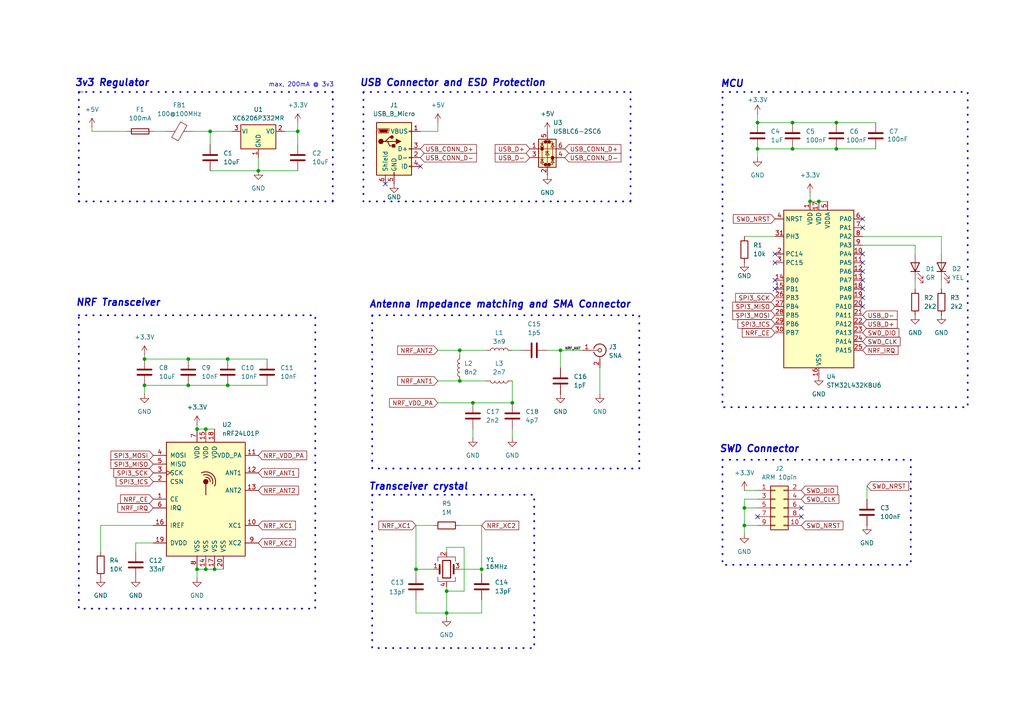
<source format=kicad_sch>
(kicad_sch (version 20231120) (generator "eeschema") (generator_version "8.0")
  (paper "A4")
  (lib_symbols
    (symbol "Connector:Conn_Coaxial" (pin_names (offset 1.016) hide)
      (property "Reference" "J" (at 0.254 3.048 0))
      (property "Value" "Conn_Coaxial" (at 2.921 0 90))
      (symbol "Conn_Coaxial_0_1"
        (arc (start -1.778 -0.508) (mid 0.2311 -1.8066) (end 1.778 0) (stroke (width 0.254)))
        (polyline (pts (xy -2.54 0) (xy -0.508 0)))
        (polyline (pts (xy 0 -2.54) (xy 0 -1.778)))
        (circle (center 0 0) (radius 0.508) (stroke (width 0.2032)))
        (arc (start 1.778 0) (mid 0.2099 1.8101) (end -1.778 0.508) (stroke (width 0.254)))
      )
      (symbol "Conn_Coaxial_1_1"
        (pin passive line (at -5.08 0 0) (length 2.54) (name "In") (number "1"))
        (pin passive line (at 0 -5.08 90) (length 2.54) (name "Ext") (number "2"))
      )
    )
    (symbol "Connector:USB_B_Micro" (pin_names (offset 1.016))
      (property "Reference" "J" (at -5.08 11.43 0))
      (property "Value" "USB_B_Micro" (at -5.08 8.89 0))
      (symbol "USB_B_Micro_0_1"
        (rectangle (start -5.08 -7.62) (end 5.08 7.62) (stroke (width 0.254)) (fill (type background)))
        (circle (center -3.81 2.159) (radius 0.635) (stroke (width 0.254)) (fill (type outline)))
        (circle (center -0.635 3.429) (radius 0.381) (stroke (width 0.254)) (fill (type outline)))
        (rectangle (start -0.127 -7.62) (end 0.127 -6.858))
        (polyline (pts (xy -1.905 2.159) (xy 0.635 2.159)) (stroke (width 0.254)))
        (polyline (pts (xy -3.175 2.159) (xy -2.54 2.159) (xy -1.27 3.429) (xy -0.635 3.429)) (stroke (width 0.254)))
        (polyline (pts (xy -2.54 2.159) (xy -1.905 2.159) (xy -1.27 0.889) (xy 0 0.889)) (stroke (width 0.254)))
        (polyline (pts (xy 0.635 2.794) (xy 0.635 1.524) (xy 1.905 2.159) (xy 0.635 2.794)) (stroke (width 0.254)) (fill (type outline)))
        (polyline (pts (xy -4.318 5.588) (xy -1.778 5.588) (xy -2.032 4.826) (xy -4.064 4.826) (xy -4.318 5.588)) (fill (type outline)))
        (polyline (pts (xy -4.699 5.842) (xy -4.699 5.588) (xy -4.445 4.826) (xy -4.445 4.572) (xy -1.651 4.572) (xy -1.651 4.826) (xy -1.397 5.588) (xy -1.397 5.842) (xy -4.699 5.842)))
        (rectangle (start 0.254 1.27) (end -0.508 0.508) (stroke (width 0.254)) (fill (type outline)))
        (rectangle (start 5.08 -5.207) (end 4.318 -4.953))
        (rectangle (start 5.08 -2.667) (end 4.318 -2.413))
        (rectangle (start 5.08 -0.127) (end 4.318 0.127))
        (rectangle (start 5.08 4.953) (end 4.318 5.207))
      )
      (symbol "USB_B_Micro_1_1"
        (pin power_out line (at 7.62 5.08 180) (length 2.54) (name "VBUS") (number "1"))
        (pin bidirectional line (at 7.62 -2.54 180) (length 2.54) (name "D-") (number "2"))
        (pin bidirectional line (at 7.62 0 180) (length 2.54) (name "D+") (number "3"))
        (pin passive line (at 7.62 -5.08 180) (length 2.54) (name "ID") (number "4"))
        (pin power_out line (at 0 -10.16 90) (length 2.54) (name "GND") (number "5"))
        (pin passive line (at -2.54 -10.16 90) (length 2.54) (name "Shield") (number "6"))
      )
    )
    (symbol "Connector_Generic:Conn_02x05_Odd_Even" (pin_names (offset 1.016) hide)
      (property "Reference" "J" (at 1.27 7.62 0))
      (property "Value" "Conn_02x05_Odd_Even" (at 1.27 -7.62 0))
      (symbol "Conn_02x05_Odd_Even_1_1"
        (rectangle (start -1.27 -4.953) (end 0 -5.207) (stroke (width 0.1524)))
        (rectangle (start -1.27 -2.413) (end 0 -2.667) (stroke (width 0.1524)))
        (rectangle (start -1.27 0.127) (end 0 -0.127) (stroke (width 0.1524)))
        (rectangle (start -1.27 2.667) (end 0 2.413) (stroke (width 0.1524)))
        (rectangle (start -1.27 5.207) (end 0 4.953) (stroke (width 0.1524)))
        (rectangle (start -1.27 6.35) (end 3.81 -6.35) (stroke (width 0.254)) (fill (type background)))
        (rectangle (start 3.81 -4.953) (end 2.54 -5.207) (stroke (width 0.1524)))
        (rectangle (start 3.81 -2.413) (end 2.54 -2.667) (stroke (width 0.1524)))
        (rectangle (start 3.81 0.127) (end 2.54 -0.127) (stroke (width 0.1524)))
        (rectangle (start 3.81 2.667) (end 2.54 2.413) (stroke (width 0.1524)))
        (rectangle (start 3.81 5.207) (end 2.54 4.953) (stroke (width 0.1524)))
        (pin passive line (at -5.08 5.08 0) (length 3.81) (name "Pin_1") (number "1"))
        (pin passive line (at 7.62 -5.08 180) (length 3.81) (name "Pin_10") (number "10"))
        (pin passive line (at 7.62 5.08 180) (length 3.81) (name "Pin_2") (number "2"))
        (pin passive line (at -5.08 2.54 0) (length 3.81) (name "Pin_3") (number "3"))
        (pin passive line (at 7.62 2.54 180) (length 3.81) (name "Pin_4") (number "4"))
        (pin passive line (at -5.08 0 0) (length 3.81) (name "Pin_5") (number "5"))
        (pin passive line (at 7.62 0 180) (length 3.81) (name "Pin_6") (number "6"))
        (pin passive line (at -5.08 -2.54 0) (length 3.81) (name "Pin_7") (number "7"))
        (pin passive line (at 7.62 -2.54 180) (length 3.81) (name "Pin_8") (number "8"))
        (pin passive line (at -5.08 -5.08 0) (length 3.81) (name "Pin_9") (number "9"))
      )
    )
    (symbol "Device:C" (pin_numbers hide) (pin_names (offset 0.254))
      (property "Reference" "C" (at 0.635 2.54 0))
      (property "Value" "C" (at 0.635 -2.54 0))
      (symbol "C_0_1"
        (polyline (pts (xy -2.032 -0.762) (xy 2.032 -0.762)) (stroke (width 0.508)))
        (polyline (pts (xy -2.032 0.762) (xy 2.032 0.762)) (stroke (width 0.508)))
      )
      (symbol "C_1_1"
        (pin passive line (at 0 3.81 270) (length 2.794) (name "~") (number "1"))
        (pin passive line (at 0 -3.81 90) (length 2.794) (name "~") (number "2"))
      )
    )
    (symbol "Device:Crystal_GND24" (pin_names (offset 1.016) hide)
      (property "Reference" "Y" (at 3.175 5.08 0))
      (property "Value" "Crystal_GND24" (at 3.175 3.175 0))
      (symbol "Crystal_GND24_0_1"
        (rectangle (start -1.143 2.54) (end 1.143 -2.54) (stroke (width 0.3048)))
        (polyline (pts (xy -2.54 0) (xy -2.032 0)))
        (polyline (pts (xy -2.032 -1.27) (xy -2.032 1.27)) (stroke (width 0.508)))
        (polyline (pts (xy 0 -3.81) (xy 0 -3.556)))
        (polyline (pts (xy 0 3.556) (xy 0 3.81)))
        (polyline (pts (xy 2.032 -1.27) (xy 2.032 1.27)) (stroke (width 0.508)))
        (polyline (pts (xy 2.032 0) (xy 2.54 0)))
        (polyline (pts (xy -2.54 -2.286) (xy -2.54 -3.556) (xy 2.54 -3.556) (xy 2.54 -2.286)))
        (polyline (pts (xy -2.54 2.286) (xy -2.54 3.556) (xy 2.54 3.556) (xy 2.54 2.286)))
      )
      (symbol "Crystal_GND24_1_1"
        (pin passive line (at -3.81 0 0) (length 1.27) (name "1") (number "1"))
        (pin passive line (at 0 5.08 270) (length 1.27) (name "2") (number "2"))
        (pin passive line (at 3.81 0 180) (length 1.27) (name "3") (number "3"))
        (pin passive line (at 0 -5.08 90) (length 1.27) (name "4") (number "4"))
      )
    )
    (symbol "Device:FerriteBead" (pin_numbers hide) (pin_names (offset 0))
      (property "Reference" "FB" (at -3.81 0.635 90))
      (property "Value" "FerriteBead" (at 3.81 0 90))
      (symbol "FerriteBead_0_1"
        (polyline (pts (xy 0 -1.27) (xy 0 -1.2192)))
        (polyline (pts (xy 0 1.27) (xy 0 1.2954)))
        (polyline (pts (xy -2.7686 0.4064) (xy -1.7018 2.2606) (xy 2.7686 -0.3048) (xy 1.6764 -2.159) (xy -2.7686 0.4064)))
      )
      (symbol "FerriteBead_1_1"
        (pin passive line (at 0 3.81 270) (length 2.54) (name "~") (number "1"))
        (pin passive line (at 0 -3.81 90) (length 2.54) (name "~") (number "2"))
      )
    )
    (symbol "Device:Fuse" (pin_numbers hide) (pin_names (offset 0))
      (property "Reference" "F" (at 2.032 0 90))
      (property "Value" "Fuse" (at -1.905 0 90))
      (symbol "Fuse_0_1"
        (rectangle (start -0.762 -2.54) (end 0.762 2.54) (stroke (width 0.254)))
        (polyline (pts (xy 0 2.54) (xy 0 -2.54)))
      )
      (symbol "Fuse_1_1"
        (pin passive line (at 0 3.81 270) (length 1.27) (name "~") (number "1"))
        (pin passive line (at 0 -3.81 90) (length 1.27) (name "~") (number "2"))
      )
    )
    (symbol "Device:L" (pin_numbers hide) (pin_names (offset 1.016) hide)
      (property "Reference" "L" (at -1.27 0 90))
      (property "Value" "L" (at 1.905 0 90))
      (symbol "L_0_1"
        (arc (start 0 -2.54) (mid 0.6323 -1.905) (end 0 -1.27))
        (arc (start 0 -1.27) (mid 0.6323 -0.635) (end 0 0))
        (arc (start 0 0) (mid 0.6323 0.635) (end 0 1.27))
        (arc (start 0 1.27) (mid 0.6323 1.905) (end 0 2.54))
      )
      (symbol "L_1_1"
        (pin passive line (at 0 3.81 270) (length 1.27) (name "1") (number "1"))
        (pin passive line (at 0 -3.81 90) (length 1.27) (name "2") (number "2"))
      )
    )
    (symbol "Device:LED" (pin_numbers hide) (pin_names (offset 1.016) hide)
      (property "Reference" "D" (at 0 2.54 0))
      (property "Value" "LED" (at 0 -2.54 0))
      (symbol "LED_0_1"
        (polyline (pts (xy -1.27 -1.27) (xy -1.27 1.27)) (stroke (width 0.254)))
        (polyline (pts (xy -1.27 0) (xy 1.27 0)))
        (polyline (pts (xy 1.27 -1.27) (xy 1.27 1.27) (xy -1.27 0) (xy 1.27 -1.27)) (stroke (width 0.254)))
        (polyline (pts (xy -3.048 -0.762) (xy -4.572 -2.286) (xy -3.81 -2.286) (xy -4.572 -2.286) (xy -4.572 -1.524)))
        (polyline (pts (xy -1.778 -0.762) (xy -3.302 -2.286) (xy -2.54 -2.286) (xy -3.302 -2.286) (xy -3.302 -1.524)))
      )
      (symbol "LED_1_1"
        (pin passive line (at -3.81 0 0) (length 2.54) (name "K") (number "1"))
        (pin passive line (at 3.81 0 180) (length 2.54) (name "A") (number "2"))
      )
    )
    (symbol "Device:R" (pin_numbers hide) (pin_names (offset 0))
      (property "Reference" "R" (at 2.032 0 90))
      (property "Value" "R" (at 0 0 90))
      (symbol "R_0_1"
        (rectangle (start -1.016 -2.54) (end 1.016 2.54) (stroke (width 0.254)))
      )
      (symbol "R_1_1"
        (pin passive line (at 0 3.81 270) (length 1.27) (name "~") (number "1"))
        (pin passive line (at 0 -3.81 90) (length 1.27) (name "~") (number "2"))
      )
    )
    (symbol "MCU_ST_STM32L4:STM32L432KBUx"
      (property "Reference" "U" (at -10.16 24.13 0))
      (property "Value" "STM32L432KBUx" (at 5.08 24.13 0))
      (symbol "STM32L432KBUx_0_1"
        (rectangle (start -10.16 -22.86) (end 10.16 22.86) (stroke (width 0.254)) (fill (type background)))
      )
      (symbol "STM32L432KBUx_1_1"
        (pin power_in line (at -2.54 25.4 270) (length 2.54) (name "VDD") (number "1"))
        (pin bidirectional line (at 12.7 10.16 180) (length 2.54) (name "PA4") (number "10"))
        (pin bidirectional line (at 12.7 7.62 180) (length 2.54) (name "PA5") (number "11"))
        (pin bidirectional line (at 12.7 5.08 180) (length 2.54) (name "PA6") (number "12"))
        (pin bidirectional line (at 12.7 2.54 180) (length 2.54) (name "PA7") (number "13"))
        (pin bidirectional line (at -12.7 2.54 0) (length 2.54) (name "PB0") (number "14"))
        (pin bidirectional line (at -12.7 0 0) (length 2.54) (name "PB1") (number "15"))
        (pin power_in line (at 0 -25.4 90) (length 2.54) (name "VSS") (number "16"))
        (pin power_in line (at 0 25.4 270) (length 2.54) (name "VDD") (number "17"))
        (pin bidirectional line (at 12.7 0 180) (length 2.54) (name "PA8") (number "18"))
        (pin bidirectional line (at 12.7 -2.54 180) (length 2.54) (name "PA9") (number "19"))
        (pin bidirectional line (at -12.7 10.16 0) (length 2.54) (name "PC14") (number "2"))
        (pin bidirectional line (at 12.7 -5.08 180) (length 2.54) (name "PA10") (number "20"))
        (pin bidirectional line (at 12.7 -7.62 180) (length 2.54) (name "PA11") (number "21"))
        (pin bidirectional line (at 12.7 -10.16 180) (length 2.54) (name "PA12") (number "22"))
        (pin bidirectional line (at 12.7 -12.7 180) (length 2.54) (name "PA13") (number "23"))
        (pin bidirectional line (at 12.7 -15.24 180) (length 2.54) (name "PA14") (number "24"))
        (pin bidirectional line (at 12.7 -17.78 180) (length 2.54) (name "PA15") (number "25"))
        (pin bidirectional line (at -12.7 -2.54 0) (length 2.54) (name "PB3") (number "26"))
        (pin bidirectional line (at -12.7 -5.08 0) (length 2.54) (name "PB4") (number "27"))
        (pin bidirectional line (at -12.7 -7.62 0) (length 2.54) (name "PB5") (number "28"))
        (pin bidirectional line (at -12.7 -10.16 0) (length 2.54) (name "PB6") (number "29"))
        (pin bidirectional line (at -12.7 7.62 0) (length 2.54) (name "PC15") (number "3"))
        (pin bidirectional line (at -12.7 -12.7 0) (length 2.54) (name "PB7") (number "30"))
        (pin bidirectional line (at -12.7 15.24 0) (length 2.54) (name "PH3") (number "31"))
        (pin passive line (at 0 -25.4 90) (length 2.54) hide (name "VSS") (number "32"))
        (pin passive line (at 0 -25.4 90) (length 2.54) hide (name "VSS") (number "33"))
        (pin input line (at -12.7 20.32 0) (length 2.54) (name "NRST") (number "4"))
        (pin power_in line (at 2.54 25.4 270) (length 2.54) (name "VDDA") (number "5"))
        (pin bidirectional line (at 12.7 20.32 180) (length 2.54) (name "PA0") (number "6"))
        (pin bidirectional line (at 12.7 17.78 180) (length 2.54) (name "PA1") (number "7"))
        (pin bidirectional line (at 12.7 15.24 180) (length 2.54) (name "PA2") (number "8"))
        (pin bidirectional line (at 12.7 12.7 180) (length 2.54) (name "PA3") (number "9"))
      )
    )
    (symbol "Power_Protection:USBLC6-2SC6" (pin_names hide)
      (property "Reference" "U" (at 0.635 5.715 0))
      (property "Value" "USBLC6-2SC6" (at 0.635 3.81 0))
      (symbol "USBLC6-2SC6_0_0"
        (circle (center -1.524 0) (radius 0.0001) (stroke (width 0.508)))
        (circle (center -0.508 -4.572) (radius 0.0001) (stroke (width 0.508)))
        (circle (center -0.508 2.032) (radius 0.0001) (stroke (width 0.508)))
        (circle (center 0.508 -4.572) (radius 0.0001) (stroke (width 0.508)))
        (circle (center 0.508 2.032) (radius 0.0001) (stroke (width 0.508)))
        (circle (center 1.524 -2.54) (radius 0.0001) (stroke (width 0.508)))
      )
      (symbol "USBLC6-2SC6_0_1"
        (polyline (pts (xy -2.54 -2.54) (xy 2.54 -2.54)))
        (polyline (pts (xy -2.54 0) (xy 2.54 0)))
        (polyline (pts (xy -2.032 -3.048) (xy -1.016 -3.048)))
        (polyline (pts (xy -1.016 1.524) (xy -2.032 1.524)))
        (polyline (pts (xy 1.016 -3.048) (xy 2.032 -3.048)))
        (polyline (pts (xy 1.016 1.524) (xy 2.032 1.524)))
        (polyline (pts (xy -0.508 -1.143) (xy -0.508 -0.762) (xy 0.508 -0.762)))
        (polyline (pts (xy -2.032 0.508) (xy -1.016 0.508) (xy -1.524 1.524) (xy -2.032 0.508)))
        (polyline (pts (xy -1.016 -4.064) (xy -2.032 -4.064) (xy -1.524 -3.048) (xy -1.016 -4.064)))
        (polyline (pts (xy 0.508 -1.778) (xy -0.508 -1.778) (xy 0 -0.762) (xy 0.508 -1.778)))
        (polyline (pts (xy 2.032 -4.064) (xy 1.016 -4.064) (xy 1.524 -3.048) (xy 2.032 -4.064)))
        (polyline (pts (xy 2.032 0.508) (xy 1.016 0.508) (xy 1.524 1.524) (xy 2.032 0.508)))
        (polyline (pts (xy 0 2.54) (xy -0.508 2.032) (xy 0.508 2.032) (xy 0 1.524) (xy 0 -4.064) (xy -0.508 -4.572) (xy 0.508 -4.572) (xy 0 -5.08)))
      )
      (symbol "USBLC6-2SC6_1_1"
        (rectangle (start -2.54 2.794) (end 2.54 -5.334) (stroke (width 0.254)) (fill (type background)))
        (polyline (pts (xy -0.508 2.032) (xy -1.524 2.032) (xy -1.524 -4.572) (xy -0.508 -4.572)))
        (polyline (pts (xy 0.508 -4.572) (xy 1.524 -4.572) (xy 1.524 2.032) (xy 0.508 2.032)))
        (pin passive line (at -5.08 0 0) (length 2.54) (name "I/O1") (number "1"))
        (pin passive line (at 0 -7.62 90) (length 2.54) (name "GND") (number "2"))
        (pin passive line (at -5.08 -2.54 0) (length 2.54) (name "I/O2") (number "3"))
        (pin passive line (at 5.08 -2.54 180) (length 2.54) (name "I/O2") (number "4"))
        (pin passive line (at 0 5.08 270) (length 2.54) (name "VBUS") (number "5"))
        (pin passive line (at 5.08 0 180) (length 2.54) (name "I/O1") (number "6"))
      )
    )
    (symbol "RF:nRF24L01P" (pin_names (offset 1.016))
      (property "Reference" "U" (at -11.43 17.78 0))
      (property "Value" "nRF24L01P" (at 5.08 17.78 0))
      (symbol "nRF24L01P_0_1"
        (rectangle (start -11.43 16.51) (end 11.43 -16.51) (stroke (width 0.254)) (fill (type background)))
        (polyline (pts (xy 0 4.445) (xy 0 1.27)) (stroke (width 0.254)))
        (circle (center 0 5.08) (radius 0.635) (stroke (width 0.254)) (fill (type outline)))
        (arc (start 1.27 5.08) (mid 0.9071 5.9946) (end 0 6.35) (stroke (width 0.254)))
        (arc (start 1.905 4.445) (mid 1.4313 6.5254) (end -0.635 6.985) (stroke (width 0.254)))
        (arc (start 2.54 3.81) (mid 2.008 7.088) (end -1.27 7.62) (stroke (width 0.254)))
        (rectangle (start 11.43 -13.97) (end 11.43 -13.97))
      )
      (symbol "nRF24L01P_1_1"
        (pin input line (at -15.24 0 0) (length 3.81) (name "CE") (number "1"))
        (pin passive line (at 15.24 -7.62 180) (length 3.81) (name "XC1") (number "10"))
        (pin power_out line (at 15.24 12.7 180) (length 3.81) (name "VDD_PA") (number "11"))
        (pin passive line (at 15.24 7.62 180) (length 3.81) (name "ANT1") (number "12"))
        (pin passive line (at 15.24 2.54 180) (length 3.81) (name "ANT2") (number "13"))
        (pin power_in line (at 0 -20.32 90) (length 3.81) (name "VSS") (number "14"))
        (pin power_in line (at 0 20.32 270) (length 3.81) (name "VDD") (number "15"))
        (pin passive line (at -15.24 -7.62 0) (length 3.81) (name "IREF") (number "16"))
        (pin power_in line (at 2.54 -20.32 90) (length 3.81) (name "VSS") (number "17"))
        (pin power_in line (at 2.54 20.32 270) (length 3.81) (name "VDD") (number "18"))
        (pin power_out line (at -15.24 -12.7 0) (length 3.81) (name "DVDD") (number "19"))
        (pin input line (at -15.24 5.08 0) (length 3.81) (name "CSN") (number "2"))
        (pin power_in line (at 5.08 -20.32 90) (length 3.81) (name "VSS") (number "20"))
        (pin input clock (at -15.24 7.62 0) (length 3.81) (name "SCK") (number "3"))
        (pin input line (at -15.24 12.7 0) (length 3.81) (name "MOSI") (number "4"))
        (pin output line (at -15.24 10.16 0) (length 3.81) (name "MISO") (number "5"))
        (pin output line (at -15.24 -2.54 0) (length 3.81) (name "IRQ") (number "6"))
        (pin power_in line (at -2.54 20.32 270) (length 3.81) (name "VDD") (number "7"))
        (pin power_in line (at -2.54 -20.32 90) (length 3.81) (name "VSS") (number "8"))
        (pin passive line (at 15.24 -12.7 180) (length 3.81) (name "XC2") (number "9"))
      )
    )
    (symbol "Regulator_Linear:XC6206PxxxMR" (pin_names (offset 0.254))
      (property "Reference" "U" (at -3.81 3.175 0))
      (property "Value" "XC6206PxxxMR" (at 0 3.175 0))
      (symbol "XC6206PxxxMR_0_1"
        (rectangle (start -5.08 1.905) (end 5.08 -5.08) (stroke (width 0.254)) (fill (type background)))
      )
      (symbol "XC6206PxxxMR_1_1"
        (pin power_in line (at 0 -7.62 90) (length 2.54) (name "GND") (number "1"))
        (pin power_out line (at 7.62 0 180) (length 2.54) (name "VO") (number "2"))
        (pin power_in line (at -7.62 0 0) (length 2.54) (name "VI") (number "3"))
      )
    )
    (symbol "power:+3.3V" (power) (pin_numbers hide) (pin_names (offset 0) hide)
      (property "Value" "+3.3V" (at 0 3.556 0))
      (symbol "+3.3V_0_1"
        (polyline (pts (xy -0.762 1.27) (xy 0 2.54)))
        (polyline (pts (xy 0 0) (xy 0 2.54)))
        (polyline (pts (xy 0 2.54) (xy 0.762 1.27)))
      )
      (symbol "+3.3V_1_1"
        (pin power_in line (at 0 0 90) (length 0) (name "~") (number "1"))
      )
    )
    (symbol "power:+5V" (power) (pin_numbers hide) (pin_names (offset 0) hide)
      (property "Value" "+5V" (at 0 3.556 0))
      (symbol "+5V_0_1"
        (polyline (pts (xy -0.762 1.27) (xy 0 2.54)))
        (polyline (pts (xy 0 0) (xy 0 2.54)))
        (polyline (pts (xy 0 2.54) (xy 0.762 1.27)))
      )
      (symbol "+5V_1_1"
        (pin power_in line (at 0 0 90) (length 0) (name "~") (number "1"))
      )
    )
    (symbol "power:GND" (power) (pin_numbers hide) (pin_names (offset 0) hide)
      (property "Value" "GND" (at 0 -3.81 0))
      (symbol "GND_0_1"
        (polyline (pts (xy 0 0) (xy 0 -1.27) (xy 1.27 -1.27) (xy 0 -2.54) (xy -1.27 -1.27) (xy 0 -1.27)))
      )
      (symbol "GND_1_1"
        (pin power_in line (at 0 0 270) (length 0) (name "~") (number "1"))
      )
    )
  )
  (junction (at 54.61 111.76))
  (junction (at 229.87 43.18))
  (junction (at 133.35 101.6))
  (junction (at 219.71 43.18))
  (junction (at 139.7 165.1))
  (junction (at 66.04 104.14))
  (junction (at 137.16 116.84))
  (junction (at 41.91 111.76))
  (junction (at 54.61 104.14))
  (junction (at 86.36 38.1))
  (junction (at 148.59 116.84))
  (junction (at 57.15 124.46))
  (junction (at 242.57 35.56))
  (junction (at 129.54 171.45))
  (junction (at 242.57 43.18))
  (junction (at 120.65 165.1))
  (junction (at 234.95 58.42))
  (junction (at 41.91 104.14))
  (junction (at 66.04 111.76))
  (junction (at 57.15 165.1))
  (junction (at 133.35 110.49))
  (junction (at 62.23 165.1))
  (junction (at 162.56 101.6))
  (junction (at 219.71 35.56))
  (junction (at 215.9 147.32))
  (junction (at 59.69 124.46))
  (junction (at 229.87 35.56))
  (junction (at 215.9 152.4))
  (junction (at 60.96 38.1))
  (junction (at 59.69 165.1))
  (junction (at 74.93 49.53))
  (junction (at 237.49 58.42))
  (junction (at 129.54 177.8))
  (no_connect (at 250.19 78.74))
  (no_connect (at 250.19 88.9))
  (no_connect (at 250.19 83.82))
  (no_connect (at 250.19 63.5))
  (no_connect (at 250.19 86.36))
  (no_connect (at 224.79 83.82))
  (no_connect (at 250.19 66.04))
  (no_connect (at 224.79 81.28))
  (no_connect (at 224.79 73.66))
  (no_connect (at 232.41 147.32))
  (no_connect (at 250.19 81.28))
  (no_connect (at 121.92 48.26))
  (no_connect (at 250.19 76.2))
  (no_connect (at 111.76 53.34))
  (no_connect (at 250.19 73.66))
  (no_connect (at 219.71 149.86))
  (no_connect (at 224.79 76.2))
  (no_connect (at 232.41 149.86))
  (wire (pts (xy 127 38.1) (xy 127 35.56)))
  (wire (pts (xy 129.54 171.45) (xy 129.54 177.8)))
  (wire (pts (xy 215.9 152.4) (xy 219.71 152.4)))
  (wire (pts (xy 148.59 124.46) (xy 148.59 127)))
  (wire (pts (xy 36.83 38.1) (xy 26.67 38.1)))
  (wire (pts (xy 59.69 165.1) (xy 62.23 165.1)))
  (wire (pts (xy 60.96 49.53) (xy 74.93 49.53)))
  (wire (pts (xy 127 110.49) (xy 133.35 110.49)))
  (wire (pts (xy 60.96 38.1) (xy 60.96 41.91)))
  (polyline (pts (xy 22.86 26.67) (xy 24.13 26.67)))
  (wire (pts (xy 60.96 38.1) (xy 67.31 38.1)))
  (wire (pts (xy 29.21 160.02) (xy 29.21 152.4)))
  (wire (pts (xy 134.62 158.75) (xy 134.62 171.45)))
  (wire (pts (xy 173.99 106.68) (xy 173.99 114.3)))
  (wire (pts (xy 215.9 152.4) (xy 215.9 154.94)))
  (wire (pts (xy 137.16 116.84) (xy 148.59 116.84)))
  (wire (pts (xy 139.7 152.4) (xy 139.7 165.1)))
  (wire (pts (xy 265.43 81.28) (xy 265.43 83.82)))
  (polyline (pts (xy 105.41 58.42) (xy 105.41 26.67)) (stroke (width 0.5) (type dot)))
  (polyline (pts (xy 182.88 58.42) (xy 105.41 58.42)) (stroke (width 0.5) (type dot)))
  (wire (pts (xy 237.49 58.42) (xy 240.03 58.42)))
  (wire (pts (xy 26.67 38.1) (xy 26.67 36.83)))
  (wire (pts (xy 55.88 38.1) (xy 60.96 38.1)))
  (wire (pts (xy 57.15 165.1) (xy 57.15 167.64)))
  (wire (pts (xy 137.16 124.46) (xy 137.16 127)))
  (wire (pts (xy 134.62 171.45) (xy 129.54 171.45)))
  (wire (pts (xy 129.54 170.18) (xy 129.54 171.45)))
  (wire (pts (xy 148.59 101.6) (xy 151.13 101.6)))
  (polyline (pts (xy 22.86 58.42) (xy 22.86 26.67)) (stroke (width 0.5) (type dot)))
  (wire (pts (xy 139.7 165.1) (xy 139.7 166.37)))
  (wire (pts (xy 57.15 123.19) (xy 57.15 124.46)))
  (wire (pts (xy 133.35 152.4) (xy 139.7 152.4)))
  (wire (pts (xy 158.75 101.6) (xy 162.56 101.6)))
  (wire (pts (xy 148.59 110.49) (xy 148.59 116.84)))
  (wire (pts (xy 215.9 147.32) (xy 219.71 147.32)))
  (wire (pts (xy 82.55 38.1) (xy 86.36 38.1)))
  (wire (pts (xy 29.21 152.4) (xy 44.45 152.4)))
  (polyline (pts (xy 182.88 26.67) (xy 182.88 58.42)) (stroke (width 0.5) (type dot)))
  (wire (pts (xy 129.54 158.75) (xy 134.62 158.75)))
  (wire (pts (xy 215.9 68.58) (xy 224.79 68.58)))
  (wire (pts (xy 121.92 38.1) (xy 127 38.1)))
  (wire (pts (xy 215.9 142.24) (xy 219.71 142.24)))
  (wire (pts (xy 44.45 157.48) (xy 39.37 157.48)))
  (wire (pts (xy 66.04 104.14) (xy 77.47 104.14)))
  (wire (pts (xy 54.61 111.76) (xy 66.04 111.76)))
  (wire (pts (xy 219.71 43.18) (xy 229.87 43.18)))
  (wire (pts (xy 234.95 55.88) (xy 234.95 58.42)))
  (wire (pts (xy 54.61 104.14) (xy 66.04 104.14)))
  (wire (pts (xy 41.91 104.14) (xy 54.61 104.14)))
  (polyline (pts (xy 105.41 26.67) (xy 182.88 26.67)) (stroke (width 0.5) (type dot)))
  (wire (pts (xy 242.57 35.56) (xy 254 35.56)))
  (wire (pts (xy 251.46 140.97) (xy 251.46 144.78)))
  (wire (pts (xy 120.65 165.1) (xy 120.65 152.4)))
  (wire (pts (xy 215.9 147.32) (xy 215.9 152.4)))
  (wire (pts (xy 86.36 35.56) (xy 86.36 38.1)))
  (polyline (pts (xy 96.52 58.42) (xy 22.86 58.42)) (stroke (width 0.5) (type dot)))
  (wire (pts (xy 66.04 111.76) (xy 77.47 111.76)))
  (wire (pts (xy 215.9 144.78) (xy 215.9 147.32)))
  (wire (pts (xy 133.35 110.49) (xy 140.97 110.49)))
  (wire (pts (xy 120.65 152.4) (xy 125.73 152.4)))
  (wire (pts (xy 234.95 58.42) (xy 237.49 58.42)))
  (wire (pts (xy 242.57 43.18) (xy 254 43.18)))
  (wire (pts (xy 219.71 35.56) (xy 229.87 35.56)))
  (wire (pts (xy 44.45 38.1) (xy 48.26 38.1)))
  (wire (pts (xy 139.7 177.8) (xy 139.7 173.99)))
  (wire (pts (xy 74.93 49.53) (xy 86.36 49.53)))
  (wire (pts (xy 86.36 38.1) (xy 86.36 41.91)))
  (wire (pts (xy 59.69 124.46) (xy 62.23 124.46)))
  (wire (pts (xy 127 101.6) (xy 133.35 101.6)))
  (wire (pts (xy 273.05 81.28) (xy 273.05 83.82)))
  (wire (pts (xy 219.71 43.18) (xy 219.71 45.72)))
  (wire (pts (xy 41.91 111.76) (xy 41.91 114.3)))
  (polyline (pts (xy 22.86 26.67) (xy 96.52 26.67)) (stroke (width 0.5) (type dot)))
  (wire (pts (xy 273.05 68.58) (xy 273.05 73.66)))
  (wire (pts (xy 229.87 43.18) (xy 242.57 43.18)))
  (wire (pts (xy 120.65 166.37) (xy 120.65 165.1)))
  (wire (pts (xy 39.37 157.48) (xy 39.37 160.02)))
  (wire (pts (xy 133.35 165.1) (xy 139.7 165.1)))
  (wire (pts (xy 41.91 102.87) (xy 41.91 104.14)))
  (wire (pts (xy 219.71 144.78) (xy 215.9 144.78)))
  (wire (pts (xy 57.15 124.46) (xy 59.69 124.46)))
  (wire (pts (xy 120.65 165.1) (xy 125.73 165.1)))
  (wire (pts (xy 265.43 71.12) (xy 265.43 73.66)))
  (wire (pts (xy 162.56 101.6) (xy 162.56 106.68)))
  (wire (pts (xy 140.97 101.6) (xy 133.35 101.6)))
  (wire (pts (xy 57.15 165.1) (xy 59.69 165.1)))
  (wire (pts (xy 229.87 35.56) (xy 242.57 35.56)))
  (wire (pts (xy 74.93 45.72) (xy 74.93 49.53)))
  (wire (pts (xy 250.19 68.58) (xy 273.05 68.58)))
  (wire (pts (xy 250.19 71.12) (xy 265.43 71.12)))
  (wire (pts (xy 129.54 177.8) (xy 139.7 177.8)))
  (polyline (pts (xy 96.52 26.67) (xy 96.52 58.42)) (stroke (width 0.5) (type dot)))
  (wire (pts (xy 120.65 177.8) (xy 129.54 177.8)))
  (wire (pts (xy 162.56 101.6) (xy 168.91 101.6)))
  (wire (pts (xy 120.65 177.8) (xy 120.65 173.99)))
  (wire (pts (xy 41.91 111.76) (xy 54.61 111.76)))
  (wire (pts (xy 129.54 177.8) (xy 129.54 179.07)))
  (wire (pts (xy 129.54 160.02) (xy 129.54 158.75)))
  (wire (pts (xy 127 116.84) (xy 137.16 116.84)))
  (wire (pts (xy 133.35 101.6) (xy 133.35 102.87)))
  (wire (pts (xy 62.23 165.1) (xy 64.77 165.1)))
  (wire (pts (xy 219.71 33.02) (xy 219.71 35.56)))
  (rectangle (start 107.95 143.51) (end 154.94 187.96) (stroke (width 0.5) (type dot)))
  (rectangle (start 209.55 26.67) (end 280.67 118.11) (stroke (width 0.5) (type dot)))
  (rectangle (start 209.55 133.35) (end 264.16 163.83) (stroke (width 0.5) (type dot)))
  (rectangle (start 22.86 91.44) (end 91.44 176.53) (stroke (width 0.5) (type dot)))
  (rectangle (start 107.95 91.44) (end 185.42 135.89) (stroke (width 0.5) (type dot)))
  (text "MCU" (at 212.344 24.384 0) (effects (font (size 2 2) (thickness 0.4) (bold yes) (italic yes))))
  (text "SWD Connector" (at 220.218 130.302 0) (effects (font (size 2 2) (thickness 0.4) (bold yes) (italic yes))))
  (text "max, 200mA @ 3v3" (at 87.376 24.638 0) (effects (font (size 1.27 1.27))))
  (text "USB Connector and ESD Protection" (at 131.318 24.13 0) (effects (font (size 2 2) (thickness 0.4) (bold yes) (italic yes))))
  (text "Antenna Impedance matching and SMA Connector" (at 145.034 88.392 0) (effects (font (size 2 2) (thickness 0.4) (bold yes) (italic yes))))
  (text "3v3 Regulator" (at 32.512 24.13 0) (effects (font (size 2 2) (thickness 0.4) (bold yes) (italic yes))))
  (text "Transceiver crystal" (at 121.412 141.224 0) (effects (font (size 2 2) (thickness 0.4) (bold yes) (italic yes))))
  (text "NRF Transceiver" (at 34.29 87.884 0) (effects (font (size 2 2) (thickness 0.4) (bold yes) (italic yes))))
  (label "NRF_ANT" (at 163.83 101.6 0) (effects (font (size 0.7 0.7))))
  (global_label "USB_CONN_D-" (shape input) (at 121.92 45.72 0) (property "Intersheetrefs" "${INTERSHEET_REFS}" (effects (hide yes))))
  (global_label "NRF_ANT1" (shape input) (at 74.93 137.16 0) (property "Intersheetrefs" "${INTERSHEET_REFS}" (effects (hide yes))))
  (global_label "USB_D-" (shape input) (at 250.19 91.44 0) (property "Intersheetrefs" "${INTERSHEET_REFS}" (effects (hide yes))))
  (global_label "USB_CONN_D-" (shape input) (at 163.83 45.72 0) (property "Intersheetrefs" "${INTERSHEET_REFS}" (effects (hide yes))))
  (global_label "SWD_DIO" (shape input) (at 250.19 96.52 0) (property "Intersheetrefs" "${INTERSHEET_REFS}" (effects (hide yes))))
  (global_label "SPI3_!CS" (shape input) (at 44.45 139.7 180) (property "Intersheetrefs" "${INTERSHEET_REFS}" (effects (hide yes))))
  (global_label "NRF_ANT2" (shape input) (at 74.93 142.24 0) (property "Intersheetrefs" "${INTERSHEET_REFS}" (effects (hide yes))))
  (global_label "NRF_IRQ" (shape input) (at 44.45 147.32 180) (property "Intersheetrefs" "${INTERSHEET_REFS}" (effects (hide yes))))
  (global_label "USB_CONN_D+" (shape input) (at 163.83 43.18 0) (property "Intersheetrefs" "${INTERSHEET_REFS}" (effects (hide yes))))
  (global_label "NRF_XC2" (shape input) (at 139.7 152.4 0) (property "Intersheetrefs" "${INTERSHEET_REFS}" (effects (hide yes))))
  (global_label "SPI3_SCK" (shape input) (at 224.79 86.36 180) (property "Intersheetrefs" "${INTERSHEET_REFS}" (effects (hide yes))))
  (global_label "NRF_ANT1" (shape input) (at 127 110.49 180) (property "Intersheetrefs" "${INTERSHEET_REFS}" (effects (hide yes))))
  (global_label "NRF_XC1" (shape input) (at 120.65 152.4 180) (property "Intersheetrefs" "${INTERSHEET_REFS}" (effects (hide yes))))
  (global_label "SWD_CLK" (shape input) (at 232.41 144.78 0) (property "Intersheetrefs" "${INTERSHEET_REFS}" (effects (hide yes))))
  (global_label "SPI3_!CS" (shape input) (at 224.79 93.98 180) (property "Intersheetrefs" "${INTERSHEET_REFS}" (effects (hide yes))))
  (global_label "SPI3_MISO" (shape input) (at 224.79 88.9 180) (property "Intersheetrefs" "${INTERSHEET_REFS}" (effects (hide yes))))
  (global_label "NRF_XC1" (shape input) (at 74.93 152.4 0) (property "Intersheetrefs" "${INTERSHEET_REFS}" (effects (hide yes))))
  (global_label "SWD_CLK" (shape input) (at 250.19 99.06 0) (property "Intersheetrefs" "${INTERSHEET_REFS}" (effects (hide yes))))
  (global_label "SPI3_SCK" (shape input) (at 44.45 137.16 180) (property "Intersheetrefs" "${INTERSHEET_REFS}" (effects (hide yes))))
  (global_label "SWD_NRST" (shape input) (at 251.46 140.97 0) (property "Intersheetrefs" "${INTERSHEET_REFS}" (effects (hide yes))))
  (global_label "NRF_ANT2" (shape input) (at 127 101.6 180) (property "Intersheetrefs" "${INTERSHEET_REFS}" (effects (hide yes))))
  (global_label "NRF_CE" (shape input) (at 44.45 144.78 180) (property "Intersheetrefs" "${INTERSHEET_REFS}" (effects (hide yes))))
  (global_label "SPI3_MISO" (shape input) (at 44.45 134.62 180) (property "Intersheetrefs" "${INTERSHEET_REFS}" (effects (hide yes))))
  (global_label "USB_CONN_D+" (shape input) (at 121.92 43.18 0) (property "Intersheetrefs" "${INTERSHEET_REFS}" (effects (hide yes))))
  (global_label "NRF_IRQ" (shape input) (at 250.19 101.6 0) (property "Intersheetrefs" "${INTERSHEET_REFS}" (effects (hide yes))))
  (global_label "NRF_VDD_PA" (shape input) (at 74.93 132.08 0) (property "Intersheetrefs" "${INTERSHEET_REFS}" (effects (hide yes))))
  (global_label "NRF_XC2" (shape input) (at 74.93 157.48 0) (property "Intersheetrefs" "${INTERSHEET_REFS}" (effects (hide yes))))
  (global_label "USB_D+" (shape input) (at 250.19 93.98 0) (property "Intersheetrefs" "${INTERSHEET_REFS}" (effects (hide yes))))
  (global_label "SPI3_MOSI" (shape input) (at 44.45 132.08 180) (property "Intersheetrefs" "${INTERSHEET_REFS}" (effects (hide yes))))
  (global_label "NRF_VDD_PA" (shape input) (at 127 116.84 180) (property "Intersheetrefs" "${INTERSHEET_REFS}" (effects (hide yes))))
  (global_label "SWD_NRST" (shape input) (at 224.79 63.5 180) (property "Intersheetrefs" "${INTERSHEET_REFS}" (effects (hide yes))))
  (global_label "SWD_NRST" (shape input) (at 232.41 152.4 0) (property "Intersheetrefs" "${INTERSHEET_REFS}" (effects (hide yes))))
  (global_label "NRF_CE" (shape input) (at 224.79 96.52 180) (property "Intersheetrefs" "${INTERSHEET_REFS}" (effects (hide yes))))
  (global_label "USB_D+" (shape input) (at 153.67 43.18 180) (property "Intersheetrefs" "${INTERSHEET_REFS}" (effects (hide yes))))
  (global_label "SWD_DIO" (shape input) (at 232.41 142.24 0) (property "Intersheetrefs" "${INTERSHEET_REFS}" (effects (hide yes))))
  (global_label "USB_D-" (shape input) (at 153.67 45.72 180) (property "Intersheetrefs" "${INTERSHEET_REFS}" (effects (hide yes))))
  (global_label "SPI3_MOSI" (shape input) (at 224.79 91.44 180) (property "Intersheetrefs" "${INTERSHEET_REFS}" (effects (hide yes))))
  (symbol (lib_id "power:+5V") (at 26.67 36.83 0) (unit 1)
    (property "Reference" "#PWR02" (effects (hide yes)))
    (property "Value" "+5V" (at 26.67 31.75 0))
    (property "Description" "Power symbol creates a global label with name \"+5V\"" (effects (hide yes)))
  )
  (symbol (lib_id "power:+3.3V") (at 234.95 55.88 0) (unit 1)
    (property "Reference" "#PWR026" (effects (hide yes)))
    (property "Value" "+3.3V" (at 234.95 50.8 0))
    (property "Description" "Power symbol creates a global label with name \"+3.3V\"" (effects (hide yes)))
  )
  (symbol (lib_id "Device:L") (at 144.78 101.6 90) (unit 1)
    (property "Reference" "L1" (at 144.78 96.52 90))
    (property "Value" "3n9" (at 144.78 99.06 90))
    (property "Footprint" "Inductor_SMD:L_0402_1005Metric" (effects (hide yes)))
    (property "Description" "Inductor" (effects (hide yes)))
  )
  (symbol (lib_id "power:GND") (at 148.59 127 0) (unit 1)
    (property "Reference" "#PWR017" (effects (hide yes)))
    (property "Value" "GND" (at 148.59 132.08 0))
    (property "Description" "Power symbol creates a global label with name \"GND\" , ground" (effects (hide yes)))
  )
  (symbol (lib_id "Device:L") (at 144.78 110.49 270) (unit 1)
    (property "Reference" "L3" (at 144.78 105.41 90))
    (property "Value" "2n7" (at 144.78 107.95 90))
    (property "Footprint" "Inductor_SMD:L_0402_1005Metric" (effects (hide yes)))
    (property "Description" "Inductor" (effects (hide yes)))
  )
  (symbol (lib_id "power:+5V") (at 127 35.56 0) (unit 1)
    (property "Reference" "#PWR03" (effects (hide yes)))
    (property "Value" "+5V" (at 127 30.48 0))
    (property "Description" "Power symbol creates a global label with name \"+5V\"" (effects (hide yes)))
  )
  (symbol (lib_id "Device:C") (at 39.37 163.83 0) (unit 1)
    (property "Reference" "C12" (at 43.18 162.5599 0) (effects (justify left)))
    (property "Value" "33nF" (at 43.18 165.0999 0) (effects (justify left)))
    (property "Footprint" "Capacitor_SMD:C_0402_1005Metric" (effects (hide yes)))
    (property "Description" "Unpolarized capacitor" (effects (hide yes)))
  )
  (symbol (lib_id "Device:C") (at 229.87 39.37 0) (unit 1)
    (property "Reference" "C5" (at 233.68 38.0999 0) (effects (justify left)))
    (property "Value" "100nF" (at 233.68 40.6399 0) (effects (justify left)))
    (property "Footprint" "Capacitor_SMD:C_0402_1005Metric" (effects (hide yes)))
    (property "Description" "Unpolarized capacitor" (effects (hide yes)))
  )
  (symbol (lib_id "Device:LED") (at 273.05 77.47 90) (unit 1)
    (property "Reference" "D2" (at 276.098 77.978 90) (effects (justify right)))
    (property "Value" "YEL" (at 276.098 80.518 90) (effects (justify right)))
    (property "Footprint" "LED_SMD:LED_0603_1608Metric" (effects (hide yes)))
    (property "Description" "Light emitting diode" (effects (hide yes)))
  )
  (symbol (lib_id "Device:Fuse") (at 40.64 38.1 90) (unit 1)
    (property "Reference" "F1" (at 40.64 31.75 90))
    (property "Value" "100mA" (at 40.64 34.29 90))
    (property "Footprint" "Fuse:Fuse_1206_3216Metric" (effects (hide yes)))
    (property "Description" "Fuse" (effects (hide yes)))
  )
  (symbol (lib_id "Device:R") (at 215.9 72.39 0) (unit 1)
    (property "Reference" "R1" (at 218.44 71.1199 0) (effects (justify left)))
    (property "Value" "10k" (at 218.44 73.6599 0) (effects (justify left)))
    (property "Footprint" "Resistor_SMD:R_0402_1005Metric" (effects (hide yes)))
    (property "Description" "Resistor" (effects (hide yes)))
  )
  (symbol (lib_id "Device:C") (at 154.94 101.6 90) (unit 1)
    (property "Reference" "C15" (at 154.94 93.98 90))
    (property "Value" "1p5" (at 154.94 96.52 90))
    (property "Footprint" "Capacitor_SMD:C_0402_1005Metric" (effects (hide yes)))
    (property "Description" "Unpolarized capacitor" (effects (hide yes)))
  )
  (symbol (lib_id "Device:C") (at 148.59 120.65 0) (unit 1)
    (property "Reference" "C18" (at 152.4 119.3799 0) (effects (justify left)))
    (property "Value" "4p7" (at 152.4 121.9199 0) (effects (justify left)))
    (property "Footprint" "Capacitor_SMD:C_0402_1005Metric" (effects (hide yes)))
    (property "Description" "Unpolarized capacitor" (effects (hide yes)))
  )
  (symbol (lib_id "Device:LED") (at 265.43 77.47 90) (unit 1)
    (property "Reference" "D1" (at 268.478 77.978 90) (effects (justify right)))
    (property "Value" "GR" (at 268.478 80.518 90) (effects (justify right)))
    (property "Footprint" "LED_SMD:LED_0603_1608Metric" (effects (hide yes)))
    (property "Description" "Light emitting diode" (effects (hide yes)))
  )
  (symbol (lib_id "power:GND") (at 57.15 167.64 0) (unit 1)
    (property "Reference" "#PWR010" (effects (hide yes)))
    (property "Value" "GND" (at 57.15 172.72 0))
    (property "Description" "Power symbol creates a global label with name \"GND\" , ground" (effects (hide yes)))
  )
  (symbol (lib_id "Device:Crystal_GND24") (at 129.54 165.1 0) (unit 1)
    (property "Reference" "Y1" (at 142.24 162.306 0))
    (property "Value" "16MHz" (at 144.018 164.338 0))
    (property "Footprint" "Crystal:Crystal_SMD_3225-4Pin_3.2x2.5mm" (effects (hide yes)))
    (property "Description" "Four pin crystal, GND on pins 2 and 4" (effects (hide yes)))
  )
  (symbol (lib_id "power:GND") (at 237.49 109.22 0) (unit 1)
    (property "Reference" "#PWR028" (effects (hide yes)))
    (property "Value" "GND" (at 237.49 114.3 0))
    (property "Description" "Power symbol creates a global label with name \"GND\" , ground" (effects (hide yes)))
  )
  (symbol (lib_id "Device:C") (at 137.16 120.65 0) (unit 1)
    (property "Reference" "C17" (at 140.97 119.3799 0) (effects (justify left)))
    (property "Value" "2n2" (at 140.97 121.9199 0) (effects (justify left)))
    (property "Footprint" "Capacitor_SMD:C_0402_1005Metric" (effects (hide yes)))
    (property "Description" "Unpolarized capacitor" (effects (hide yes)))
  )
  (symbol (lib_id "Connector:USB_B_Micro") (at 114.3 43.18 0) (unit 1)
    (property "Reference" "J1" (at 114.3 30.48 0))
    (property "Value" "USB_B_Micro" (at 114.3 33.02 0))
    (property "Footprint" "Connector_USB:USB_Micro-B_Molex-105017-0001" (effects (hide yes)))
    (property "Description" "USB Micro Type B connector" (effects (hide yes)))
  )
  (symbol (lib_id "power:GND") (at 162.56 114.3 0) (unit 1)
    (property "Reference" "#PWR014" (effects (hide yes)))
    (property "Value" "GND" (at 162.56 119.38 0))
    (property "Description" "Power symbol creates a global label with name \"GND\" , ground" (effects (hide yes)))
  )
  (symbol (lib_id "Device:C") (at 77.47 107.95 0) (unit 1)
    (property "Reference" "C11" (at 81.28 106.6799 0) (effects (justify left)))
    (property "Value" "10nF" (at 81.28 109.2199 0) (effects (justify left)))
    (property "Footprint" "Capacitor_SMD:C_0402_1005Metric" (effects (hide yes)))
    (property "Description" "Unpolarized capacitor" (effects (hide yes)))
  )
  (symbol (lib_id "Device:R") (at 129.54 152.4 90) (unit 1)
    (property "Reference" "R5" (at 129.54 146.05 90))
    (property "Value" "1M" (at 129.54 148.59 90))
    (property "Footprint" "Resistor_SMD:R_0402_1005Metric" (effects (hide yes)))
    (property "Description" "Resistor" (effects (hide yes)))
  )
  (symbol (lib_id "Device:R") (at 273.05 87.63 0) (unit 1)
    (property "Reference" "R3" (at 275.59 86.3599 0) (effects (justify left)))
    (property "Value" "2k2" (at 275.59 88.8999 0) (effects (justify left)))
    (property "Footprint" "Resistor_SMD:R_0603_1608Metric" (effects (hide yes)))
    (property "Description" "Resistor" (effects (hide yes)))
  )
  (symbol (lib_id "Device:C") (at 66.04 107.95 0) (unit 1)
    (property "Reference" "C10" (at 69.85 106.6799 0) (effects (justify left)))
    (property "Value" "10nF" (at 69.85 109.2199 0) (effects (justify left)))
    (property "Footprint" "Capacitor_SMD:C_0402_1005Metric" (effects (hide yes)))
    (property "Description" "Unpolarized capacitor" (effects (hide yes)))
  )
  (symbol (lib_id "Device:C") (at 60.96 45.72 0) (unit 1)
    (property "Reference" "C1" (at 64.77 44.4499 0) (effects (justify left)))
    (property "Value" "10uF" (at 64.77 46.9899 0) (effects (justify left)))
    (property "Footprint" "Capacitor_SMD:C_0603_1608Metric" (effects (hide yes)))
    (property "Description" "Unpolarized capacitor" (effects (hide yes)))
  )
  (symbol (lib_id "Device:R") (at 265.43 87.63 0) (unit 1)
    (property "Reference" "R2" (at 267.97 86.3599 0) (effects (justify left)))
    (property "Value" "2k2" (at 267.97 88.8999 0) (effects (justify left)))
    (property "Footprint" "Resistor_SMD:R_0603_1608Metric" (effects (hide yes)))
    (property "Description" "Resistor" (effects (hide yes)))
  )
  (symbol (lib_id "power:GND") (at 215.9 76.2 0) (unit 1)
    (property "Reference" "#PWR027" (effects (hide yes)))
    (property "Value" "GND" (at 215.9 80.01 0))
    (property "Description" "Power symbol creates a global label with name \"GND\" , ground" (effects (hide yes)))
  )
  (symbol (lib_id "power:+3.3V") (at 57.15 123.19 0) (unit 1)
    (property "Reference" "#PWR09" (effects (hide yes)))
    (property "Value" "+3.3V" (at 57.15 118.11 0))
    (property "Description" "Power symbol creates a global label with name \"+3.3V\"" (effects (hide yes)))
  )
  (symbol (lib_id "Device:C") (at 139.7 170.18 0) (unit 1)
    (property "Reference" "C14" (at 143.51 168.9099 0) (effects (justify left)))
    (property "Value" "13pF" (at 143.51 171.4499 0) (effects (justify left)))
    (property "Footprint" "Capacitor_SMD:C_0402_1005Metric" (effects (hide yes)))
    (property "Description" "Unpolarized capacitor" (effects (hide yes)))
  )
  (symbol (lib_id "power:+3.3V") (at 41.91 102.87 0) (unit 1)
    (property "Reference" "#PWR07" (effects (hide yes)))
    (property "Value" "+3.3V" (at 41.91 97.79 0))
    (property "Description" "Power symbol creates a global label with name \"+3.3V\"" (effects (hide yes)))
  )
  (symbol (lib_id "power:GND") (at 273.05 91.44 0) (unit 1)
    (property "Reference" "#PWR025" (effects (hide yes)))
    (property "Value" "GND" (at 273.05 96.52 0))
    (property "Description" "Power symbol creates a global label with name \"GND\" , ground" (effects (hide yes)))
  )
  (symbol (lib_id "power:GND") (at 41.91 114.3 0) (unit 1)
    (property "Reference" "#PWR08" (effects (hide yes)))
    (property "Value" "GND" (at 41.91 119.38 0))
    (property "Description" "Power symbol creates a global label with name \"GND\" , ground" (effects (hide yes)))
  )
  (symbol (lib_id "Connector:Conn_Coaxial") (at 173.99 101.6 0) (unit 1)
    (property "Reference" "J3" (at 176.53 100.6231 0) (effects (justify left)))
    (property "Value" "SNA" (at 176.53 103.1631 0) (effects (justify left)))
    (property "Footprint" "SAMTEC-SMA:SAMTEC_SMA-J-P-H-ST-EM1" (effects (hide yes)))
    (property "Description" "coaxial connector (BNC, SMA, SMB, SMC, Cinch/RCA, LEMO, ...)" (effects (hide yes)))
  )
  (symbol (lib_id "Device:C") (at 251.46 148.59 0) (unit 1)
    (property "Reference" "C3" (at 255.27 147.3199 0) (effects (justify left)))
    (property "Value" "100nF" (at 255.27 149.8599 0) (effects (justify left)))
    (property "Footprint" "Capacitor_SMD:C_0402_1005Metric" (effects (hide yes)))
    (property "Description" "Unpolarized capacitor" (effects (hide yes)))
  )
  (symbol (lib_id "Device:C") (at 242.57 39.37 0) (unit 1)
    (property "Reference" "C6" (at 246.38 38.0999 0) (effects (justify left)))
    (property "Value" "100nF" (at 245.364 40.64 0) (effects (justify left)))
    (property "Footprint" "Capacitor_SMD:C_0402_1005Metric" (effects (hide yes)))
    (property "Description" "Unpolarized capacitor" (effects (hide yes)))
  )
  (symbol (lib_id "Power_Protection:USBLC6-2SC6") (at 158.75 43.18 0) (unit 1)
    (property "Reference" "U3" (at 160.4011 35.56 0) (effects (justify left)))
    (property "Value" "USBLC6-2SC6" (at 160.4011 38.1 0) (effects (justify left)))
    (property "Footprint" "Package_TO_SOT_SMD:SOT-23-6" (effects (hide yes)))
    (property "Datasheet" "https://www.st.com/resource/en/datasheet/usblc6-2.pdf" (effects (hide yes)))
    (property "Description" "Very low capacitance ESD protection diode, 2 data-line, SOT-23-6" (effects (hide yes)))
  )
  (symbol (lib_id "power:GND") (at 173.99 114.3 0) (unit 1)
    (property "Reference" "#PWR015" (effects (hide yes)))
    (property "Value" "GND" (at 173.99 119.38 0))
    (property "Description" "Power symbol creates a global label with name \"GND\" , ground" (effects (hide yes)))
  )
  (symbol (lib_id "Device:C") (at 219.71 39.37 0) (unit 1)
    (property "Reference" "C4" (at 223.52 38.0999 0) (effects (justify left)))
    (property "Value" "1uF" (at 223.52 40.6399 0) (effects (justify left)))
    (property "Footprint" "Capacitor_SMD:C_0402_1005Metric" (effects (hide yes)))
    (property "Description" "Unpolarized capacitor" (effects (hide yes)))
  )
  (symbol (lib_id "power:+3.3V") (at 215.9 142.24 0) (unit 1)
    (property "Reference" "#PWR018" (effects (hide yes)))
    (property "Value" "+3.3V" (at 215.9 137.16 0))
    (property "Description" "Power symbol creates a global label with name \"+3.3V\"" (effects (hide yes)))
  )
  (symbol (lib_id "Device:C") (at 41.91 107.95 0) (unit 1)
    (property "Reference" "C8" (at 46.0596 106.6799 0) (effects (justify left)))
    (property "Value" "10uF" (at 46.0596 109.2199 0) (effects (justify left)))
    (property "Footprint" "Capacitor_SMD:C_0201_0603Metric" (effects (hide yes)))
    (property "Description" "Unpolarized capacitor" (effects (hide yes)))
  )
  (symbol (lib_id "power:+3.3V") (at 86.36 35.56 0) (unit 1)
    (property "Reference" "#PWR021" (effects (hide yes)))
    (property "Value" "+3.3V" (at 86.36 30.48 0))
    (property "Description" "Power symbol creates a global label with name \"+3.3V\"" (effects (hide yes)))
  )
  (symbol (lib_id "power:GND") (at 137.16 127 0) (unit 1)
    (property "Reference" "#PWR016" (effects (hide yes)))
    (property "Value" "GND" (at 137.16 132.08 0))
    (property "Description" "Power symbol creates a global label with name \"GND\" , ground" (effects (hide yes)))
  )
  (symbol (lib_id "RF:nRF24L01P") (at 59.69 144.78 0) (unit 1)
    (property "Reference" "U2" (at 64.4241 123.19 0) (effects (justify left)))
    (property "Value" "nRF24L01P" (at 64.4241 125.73 0) (effects (justify left)))
    (property "Footprint" "Package_DFN_QFN:QFN-20-1EP_4x4mm_P0.5mm_EP2.5x2.5mm" (effects (hide yes)))
    (property "Datasheet" "http://www.nordicsemi.com/eng/content/download/2726/34069/file/nRF24L01P_Product_Specification_1_0.pdf" (effects (hide yes)))
    (property "Description" "nRF24L01+, Ultra low power 2.4GHz RF Transceiver, QFN20 4x4mm" (effects (hide yes)))
  )
  (symbol (lib_id "power:GND") (at 129.54 179.07 0) (unit 1)
    (property "Reference" "#PWR013" (effects (hide yes)))
    (property "Value" "GND" (at 129.54 184.15 0))
    (property "Description" "Power symbol creates a global label with name \"GND\" , ground" (effects (hide yes)))
  )
  (symbol (lib_id "Device:C") (at 162.56 110.49 0) (unit 1)
    (property "Reference" "C16" (at 166.37 109.2199 0) (effects (justify left)))
    (property "Value" "1pF" (at 166.37 111.7599 0) (effects (justify left)))
    (property "Footprint" "Capacitor_SMD:C_0402_1005Metric" (effects (hide yes)))
    (property "Description" "Unpolarized capacitor" (effects (hide yes)))
  )
  (symbol (lib_id "MCU_ST_STM32L4:STM32L432KBUx") (at 237.49 83.82 0) (unit 1)
    (property "Reference" "U4" (at 239.6841 109.22 0) (effects (justify left)))
    (property "Value" "STM32L432KBU6" (at 239.6841 111.76 0) (effects (justify left)))
    (property "Footprint" "Package_DFN_QFN:QFN-32-1EP_5x5mm_P0.5mm_EP3.45x3.45mm" (effects (hide yes)))
    (property "Datasheet" "https://www.st.com/resource/en/datasheet/stm32l432kb.pdf" (effects (hide yes)))
    (property "Description" "STMicroelectronics Arm Cortex-M4 MCU, 128KB flash, 64KB RAM, 80 MHz, 1.71-3.6V, 26 GPIO, UFQFPN32" (effects (hide yes)))
  )
  (symbol (lib_id "Regulator_Linear:XC6206PxxxMR") (at 74.93 38.1 0) (unit 1)
    (property "Reference" "U1" (at 74.93 31.75 0))
    (property "Value" "XC6206P332MR" (at 74.93 34.29 0))
    (property "Footprint" "Package_TO_SOT_SMD:SOT-23-3" (effects (hide yes)))
    (property "Datasheet" "https://www.torexsemi.com/file/xc6206/XC6206.pdf" (effects (hide yes)))
    (property "Description" "Positive 60-250mA Low Dropout Regulator, Fixed Output, SOT-23" (effects (hide yes)))
  )
  (symbol (lib_id "Device:C") (at 120.65 170.18 180) (unit 1)
    (property "Reference" "C13" (at 113.284 168.91 0) (effects (justify right)))
    (property "Value" "13pF" (at 112.776 171.704 0) (effects (justify right)))
    (property "Footprint" "Capacitor_SMD:C_0402_1005Metric" (effects (hide yes)))
    (property "Description" "Unpolarized capacitor" (effects (hide yes)))
  )
  (symbol (lib_id "Device:C") (at 54.61 107.95 0) (unit 1)
    (property "Reference" "C9" (at 58.42 106.6799 0) (effects (justify left)))
    (property "Value" "10nF" (at 58.42 109.2199 0) (effects (justify left)))
    (property "Footprint" "Capacitor_SMD:C_0402_1005Metric" (effects (hide yes)))
    (property "Description" "Unpolarized capacitor" (effects (hide yes)))
  )
  (symbol (lib_id "power:GND") (at 39.37 167.64 0) (unit 1)
    (property "Reference" "#PWR012" (effects (hide yes)))
    (property "Value" "GND" (at 39.37 172.72 0))
    (property "Description" "Power symbol creates a global label with name \"GND\" , ground" (effects (hide yes)))
  )
  (symbol (lib_id "Device:C") (at 86.36 45.72 0) (unit 1)
    (property "Reference" "C2" (at 90.5096 44.4499 0) (effects (justify left)))
    (property "Value" "10uF" (at 90.5096 46.9899 0) (effects (justify left)))
    (property "Footprint" "Capacitor_SMD:C_0603_1608Metric" (effects (hide yes)))
    (property "Description" "Unpolarized capacitor" (effects (hide yes)))
  )
  (symbol (lib_id "power:+5V") (at 158.75 38.1 0) (unit 1)
    (property "Reference" "#PWR05" (effects (hide yes)))
    (property "Value" "+5V" (at 158.75 33.02 0))
    (property "Description" "Power symbol creates a global label with name \"+5V\"" (effects (hide yes)))
  )
  (symbol (lib_id "Device:C") (at 254 39.37 0) (unit 1)
    (property "Reference" "C7" (at 257.81 38.0999 0) (effects (justify left)))
    (property "Value" "100nF" (at 257.302 40.386 0) (effects (justify left)))
    (property "Footprint" "Capacitor_SMD:C_0402_1005Metric" (effects (hide yes)))
    (property "Description" "Unpolarized capacitor" (effects (hide yes)))
  )
  (symbol (lib_id "Device:R") (at 29.21 163.83 180) (unit 1)
    (property "Reference" "R4" (at 31.75 162.5599 0) (effects (justify right)))
    (property "Value" "10K" (at 31.75 165.0999 0) (effects (justify right)))
    (property "Footprint" "Resistor_SMD:R_0402_1005Metric" (effects (hide yes)))
    (property "Description" "Resistor" (effects (hide yes)))
  )
  (symbol (lib_id "Device:FerriteBead") (at 52.07 38.1 90) (unit 1)
    (property "Reference" "FB1" (at 52.0192 30.48 90))
    (property "Value" "100@100MHz" (at 52.0192 33.02 90))
    (property "Footprint" "Inductor_SMD:L_0805_2012Metric" (effects (hide yes)))
    (property "Description" "Ferrite bead" (effects (hide yes)))
  )
  (symbol (lib_id "power:GND") (at 29.21 167.64 0) (unit 1)
    (property "Reference" "#PWR011" (effects (hide yes)))
    (property "Value" "GND" (at 29.21 172.72 0))
    (property "Description" "Power symbol creates a global label with name \"GND\" , ground" (effects (hide yes)))
  )
  (symbol (lib_id "power:+3.3V") (at 219.71 33.02 0) (unit 1)
    (property "Reference" "#PWR022" (effects (hide yes)))
    (property "Value" "+3.3V" (at 219.71 28.956 0))
    (property "Description" "Power symbol creates a global label with name \"+3.3V\"" (effects (hide yes)))
  )
  (symbol (lib_id "power:GND") (at 74.93 49.53 0) (unit 1)
    (property "Reference" "#PWR01" (effects (hide yes)))
    (property "Value" "GND" (at 74.93 54.61 0))
    (property "Description" "Power symbol creates a global label with name \"GND\" , ground" (effects (hide yes)))
  )
  (symbol (lib_id "power:GND") (at 251.46 152.4 0) (unit 1)
    (property "Reference" "#PWR020" (effects (hide yes)))
    (property "Value" "GND" (at 251.46 157.48 0))
    (property "Description" "Power symbol creates a global label with name \"GND\" , ground" (effects (hide yes)))
  )
  (symbol (lib_id "power:GND") (at 215.9 154.94 0) (unit 1)
    (property "Reference" "#PWR019" (effects (hide yes)))
    (property "Value" "GND" (at 215.9 160.02 0))
    (property "Description" "Power symbol creates a global label with name \"GND\" , ground" (effects (hide yes)))
  )
  (symbol (lib_id "power:GND") (at 219.71 45.72 0) (unit 1)
    (property "Reference" "#PWR023" (effects (hide yes)))
    (property "Value" "GND" (at 219.71 50.8 0))
    (property "Description" "Power symbol creates a global label with name \"GND\" , ground" (effects (hide yes)))
  )
  (symbol (lib_id "Connector_Generic:Conn_02x05_Odd_Even") (at 224.79 147.32 0) (unit 1)
    (property "Reference" "J2" (at 226.06 135.89 0))
    (property "Value" "ARM 10pin" (at 226.06 138.43 0))
    (property "Footprint" "Connector_PinHeader_1.27mm:PinHeader_2x05_P1.27mm_Vertical" (effects (hide yes)))
    (property "Description" "Generic connector, double row, 02x05, odd/even pin numbering scheme (row 1 odd numbers, row 2 even numbers), script generated (kicad-library-utils/schlib/autogen/connector/)" (effects (hide yes)))
  )
  (symbol (lib_id "power:GND") (at 158.75 50.8 0) (unit 1)
    (property "Reference" "#PWR04" (effects (hide yes)))
    (property "Value" "GND" (at 158.75 55.88 0))
    (property "Description" "Power symbol creates a global label with name \"GND\" , ground" (effects (hide yes)))
  )
  (symbol (lib_id "power:GND") (at 265.43 91.44 0) (unit 1)
    (property "Reference" "#PWR024" (effects (hide yes)))
    (property "Value" "GND" (at 265.43 96.52 0))
    (property "Description" "Power symbol creates a global label with name \"GND\" , ground" (effects (hide yes)))
  )
  (symbol (lib_id "power:GND") (at 114.3 53.34 0) (unit 1)
    (property "Reference" "#PWR06" (effects (hide yes)))
    (property "Value" "GND" (at 114.3 57.15 0))
    (property "Description" "Power symbol creates a global label with name \"GND\" , ground" (effects (hide yes)))
  )
  (symbol (lib_id "Device:L") (at 133.35 106.68 180) (unit 1)
    (property "Reference" "L2" (at 134.62 105.4099 0) (effects (justify right)))
    (property "Value" "8n2" (at 134.62 107.9499 0) (effects (justify right)))
    (property "Footprint" "Inductor_SMD:L_0402_1005Metric" (effects (hide yes)))
    (property "Description" "Inductor" (effects (hide yes)))
  )
)
</source>
